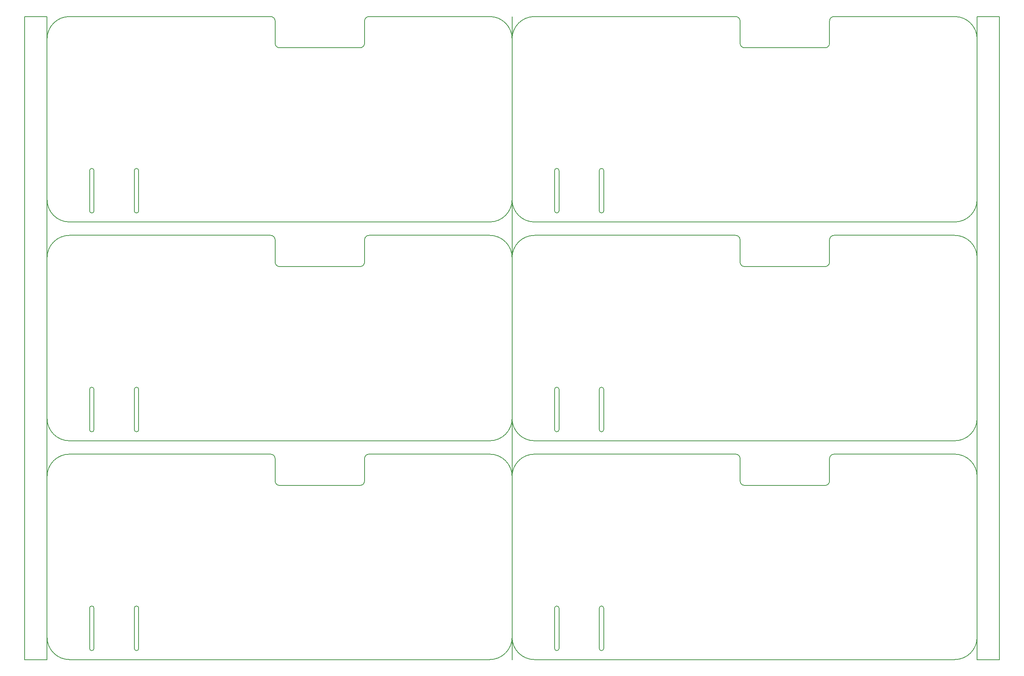
<source format=gbr>
G04 #@! TF.FileFunction,Profile,NP*
%FSLAX46Y46*%
G04 Gerber Fmt 4.6, Leading zero omitted, Abs format (unit mm)*
G04 Created by KiCad (PCBNEW 4.0.4-snap1-stable) date Fri May 24 02:00:32 2019*
%MOMM*%
%LPD*%
G01*
G04 APERTURE LIST*
%ADD10C,0.150000*%
G04 APERTURE END LIST*
D10*
X121500000Y-102500000D02*
G75*
G03X121000000Y-102000000I-500000J0D01*
G01*
X121000000Y-102000000D02*
G75*
G03X120500000Y-102500000I0J-500000D01*
G01*
X121000000Y-112000000D02*
G75*
G03X121500000Y-111500000I0J500000D01*
G01*
X120500000Y-111500000D02*
G75*
G03X121000000Y-112000000I500000J0D01*
G01*
X111000000Y-112000000D02*
G75*
G03X111500000Y-111500000I0J500000D01*
G01*
X110500000Y-111500000D02*
G75*
G03X111000000Y-112000000I500000J0D01*
G01*
X111500000Y-102500000D02*
G75*
G03X111000000Y-102000000I-500000J0D01*
G01*
X111000000Y-102000000D02*
G75*
G03X110500000Y-102500000I0J-500000D01*
G01*
X120500000Y-102500000D02*
X120500000Y-111500000D01*
X121500000Y-102500000D02*
X121500000Y-111500000D01*
X111500000Y-111500000D02*
X111500000Y-102500000D01*
X110500000Y-102500000D02*
X110500000Y-111500000D01*
X101000000Y-109000000D02*
G75*
G03X106000000Y-114000000I5000000J0D01*
G01*
X200000000Y-114000000D02*
G75*
G03X205000000Y-109000000I0J5000000D01*
G01*
X205000000Y-73000000D02*
G75*
G03X200000000Y-68000000I-5000000J0D01*
G01*
X173000000Y-68000000D02*
G75*
G03X172000000Y-69000000I0J-1000000D01*
G01*
X171000000Y-75000000D02*
G75*
G03X172000000Y-74000000I0J1000000D01*
G01*
X152000000Y-74000000D02*
G75*
G03X153000000Y-75000000I1000000J0D01*
G01*
X152000000Y-69000000D02*
G75*
G03X151000000Y-68000000I-1000000J0D01*
G01*
X106000000Y-68000000D02*
G75*
G03X101000000Y-73000000I0J-5000000D01*
G01*
X200000000Y-114000000D02*
X106000000Y-114000000D01*
X205000000Y-73000000D02*
X205000000Y-109000000D01*
X173000000Y-68000000D02*
X200000000Y-68000000D01*
X172000000Y-74000000D02*
X172000000Y-69000000D01*
X153000000Y-75000000D02*
X171000000Y-75000000D01*
X152000000Y-69000000D02*
X152000000Y-74000000D01*
X106000000Y-68000000D02*
X151000000Y-68000000D01*
X101000000Y-73000000D02*
X101000000Y-109000000D01*
X225500000Y-102500000D02*
G75*
G03X225000000Y-102000000I-500000J0D01*
G01*
X225000000Y-102000000D02*
G75*
G03X224500000Y-102500000I0J-500000D01*
G01*
X225000000Y-112000000D02*
G75*
G03X225500000Y-111500000I0J500000D01*
G01*
X224500000Y-111500000D02*
G75*
G03X225000000Y-112000000I500000J0D01*
G01*
X215000000Y-112000000D02*
G75*
G03X215500000Y-111500000I0J500000D01*
G01*
X214500000Y-111500000D02*
G75*
G03X215000000Y-112000000I500000J0D01*
G01*
X215500000Y-102500000D02*
G75*
G03X215000000Y-102000000I-500000J0D01*
G01*
X215000000Y-102000000D02*
G75*
G03X214500000Y-102500000I0J-500000D01*
G01*
X224500000Y-102500000D02*
X224500000Y-111500000D01*
X225500000Y-102500000D02*
X225500000Y-111500000D01*
X215500000Y-111500000D02*
X215500000Y-102500000D01*
X214500000Y-102500000D02*
X214500000Y-111500000D01*
X205000000Y-109000000D02*
G75*
G03X210000000Y-114000000I5000000J0D01*
G01*
X304000000Y-114000000D02*
G75*
G03X309000000Y-109000000I0J5000000D01*
G01*
X309000000Y-73000000D02*
G75*
G03X304000000Y-68000000I-5000000J0D01*
G01*
X277000000Y-68000000D02*
G75*
G03X276000000Y-69000000I0J-1000000D01*
G01*
X275000000Y-75000000D02*
G75*
G03X276000000Y-74000000I0J1000000D01*
G01*
X256000000Y-74000000D02*
G75*
G03X257000000Y-75000000I1000000J0D01*
G01*
X256000000Y-69000000D02*
G75*
G03X255000000Y-68000000I-1000000J0D01*
G01*
X210000000Y-68000000D02*
G75*
G03X205000000Y-73000000I0J-5000000D01*
G01*
X304000000Y-114000000D02*
X210000000Y-114000000D01*
X309000000Y-73000000D02*
X309000000Y-109000000D01*
X277000000Y-68000000D02*
X304000000Y-68000000D01*
X276000000Y-74000000D02*
X276000000Y-69000000D01*
X257000000Y-75000000D02*
X275000000Y-75000000D01*
X256000000Y-69000000D02*
X256000000Y-74000000D01*
X210000000Y-68000000D02*
X255000000Y-68000000D01*
X205000000Y-73000000D02*
X205000000Y-109000000D01*
X121500000Y-151500000D02*
G75*
G03X121000000Y-151000000I-500000J0D01*
G01*
X121000000Y-151000000D02*
G75*
G03X120500000Y-151500000I0J-500000D01*
G01*
X121000000Y-161000000D02*
G75*
G03X121500000Y-160500000I0J500000D01*
G01*
X120500000Y-160500000D02*
G75*
G03X121000000Y-161000000I500000J0D01*
G01*
X111000000Y-161000000D02*
G75*
G03X111500000Y-160500000I0J500000D01*
G01*
X110500000Y-160500000D02*
G75*
G03X111000000Y-161000000I500000J0D01*
G01*
X111500000Y-151500000D02*
G75*
G03X111000000Y-151000000I-500000J0D01*
G01*
X111000000Y-151000000D02*
G75*
G03X110500000Y-151500000I0J-500000D01*
G01*
X120500000Y-151500000D02*
X120500000Y-160500000D01*
X121500000Y-151500000D02*
X121500000Y-160500000D01*
X111500000Y-160500000D02*
X111500000Y-151500000D01*
X110500000Y-151500000D02*
X110500000Y-160500000D01*
X101000000Y-158000000D02*
G75*
G03X106000000Y-163000000I5000000J0D01*
G01*
X200000000Y-163000000D02*
G75*
G03X205000000Y-158000000I0J5000000D01*
G01*
X205000000Y-122000000D02*
G75*
G03X200000000Y-117000000I-5000000J0D01*
G01*
X173000000Y-117000000D02*
G75*
G03X172000000Y-118000000I0J-1000000D01*
G01*
X171000000Y-124000000D02*
G75*
G03X172000000Y-123000000I0J1000000D01*
G01*
X152000000Y-123000000D02*
G75*
G03X153000000Y-124000000I1000000J0D01*
G01*
X152000000Y-118000000D02*
G75*
G03X151000000Y-117000000I-1000000J0D01*
G01*
X106000000Y-117000000D02*
G75*
G03X101000000Y-122000000I0J-5000000D01*
G01*
X200000000Y-163000000D02*
X106000000Y-163000000D01*
X205000000Y-122000000D02*
X205000000Y-158000000D01*
X173000000Y-117000000D02*
X200000000Y-117000000D01*
X172000000Y-123000000D02*
X172000000Y-118000000D01*
X153000000Y-124000000D02*
X171000000Y-124000000D01*
X152000000Y-118000000D02*
X152000000Y-123000000D01*
X106000000Y-117000000D02*
X151000000Y-117000000D01*
X101000000Y-122000000D02*
X101000000Y-158000000D01*
X225500000Y-151500000D02*
G75*
G03X225000000Y-151000000I-500000J0D01*
G01*
X225000000Y-151000000D02*
G75*
G03X224500000Y-151500000I0J-500000D01*
G01*
X225000000Y-161000000D02*
G75*
G03X225500000Y-160500000I0J500000D01*
G01*
X224500000Y-160500000D02*
G75*
G03X225000000Y-161000000I500000J0D01*
G01*
X215000000Y-161000000D02*
G75*
G03X215500000Y-160500000I0J500000D01*
G01*
X214500000Y-160500000D02*
G75*
G03X215000000Y-161000000I500000J0D01*
G01*
X215500000Y-151500000D02*
G75*
G03X215000000Y-151000000I-500000J0D01*
G01*
X215000000Y-151000000D02*
G75*
G03X214500000Y-151500000I0J-500000D01*
G01*
X224500000Y-151500000D02*
X224500000Y-160500000D01*
X225500000Y-151500000D02*
X225500000Y-160500000D01*
X215500000Y-160500000D02*
X215500000Y-151500000D01*
X214500000Y-151500000D02*
X214500000Y-160500000D01*
X205000000Y-158000000D02*
G75*
G03X210000000Y-163000000I5000000J0D01*
G01*
X304000000Y-163000000D02*
G75*
G03X309000000Y-158000000I0J5000000D01*
G01*
X309000000Y-122000000D02*
G75*
G03X304000000Y-117000000I-5000000J0D01*
G01*
X277000000Y-117000000D02*
G75*
G03X276000000Y-118000000I0J-1000000D01*
G01*
X275000000Y-124000000D02*
G75*
G03X276000000Y-123000000I0J1000000D01*
G01*
X256000000Y-123000000D02*
G75*
G03X257000000Y-124000000I1000000J0D01*
G01*
X256000000Y-118000000D02*
G75*
G03X255000000Y-117000000I-1000000J0D01*
G01*
X210000000Y-117000000D02*
G75*
G03X205000000Y-122000000I0J-5000000D01*
G01*
X304000000Y-163000000D02*
X210000000Y-163000000D01*
X309000000Y-122000000D02*
X309000000Y-158000000D01*
X277000000Y-117000000D02*
X304000000Y-117000000D01*
X276000000Y-123000000D02*
X276000000Y-118000000D01*
X257000000Y-124000000D02*
X275000000Y-124000000D01*
X256000000Y-118000000D02*
X256000000Y-123000000D01*
X210000000Y-117000000D02*
X255000000Y-117000000D01*
X205000000Y-122000000D02*
X205000000Y-158000000D01*
X121500000Y-200500000D02*
G75*
G03X121000000Y-200000000I-500000J0D01*
G01*
X121000000Y-200000000D02*
G75*
G03X120500000Y-200500000I0J-500000D01*
G01*
X121000000Y-210000000D02*
G75*
G03X121500000Y-209500000I0J500000D01*
G01*
X120500000Y-209500000D02*
G75*
G03X121000000Y-210000000I500000J0D01*
G01*
X111000000Y-210000000D02*
G75*
G03X111500000Y-209500000I0J500000D01*
G01*
X110500000Y-209500000D02*
G75*
G03X111000000Y-210000000I500000J0D01*
G01*
X111500000Y-200500000D02*
G75*
G03X111000000Y-200000000I-500000J0D01*
G01*
X111000000Y-200000000D02*
G75*
G03X110500000Y-200500000I0J-500000D01*
G01*
X120500000Y-200500000D02*
X120500000Y-209500000D01*
X121500000Y-200500000D02*
X121500000Y-209500000D01*
X111500000Y-209500000D02*
X111500000Y-200500000D01*
X110500000Y-200500000D02*
X110500000Y-209500000D01*
X101000000Y-207000000D02*
G75*
G03X106000000Y-212000000I5000000J0D01*
G01*
X200000000Y-212000000D02*
G75*
G03X205000000Y-207000000I0J5000000D01*
G01*
X205000000Y-171000000D02*
G75*
G03X200000000Y-166000000I-5000000J0D01*
G01*
X173000000Y-166000000D02*
G75*
G03X172000000Y-167000000I0J-1000000D01*
G01*
X171000000Y-173000000D02*
G75*
G03X172000000Y-172000000I0J1000000D01*
G01*
X152000000Y-172000000D02*
G75*
G03X153000000Y-173000000I1000000J0D01*
G01*
X152000000Y-167000000D02*
G75*
G03X151000000Y-166000000I-1000000J0D01*
G01*
X106000000Y-166000000D02*
G75*
G03X101000000Y-171000000I0J-5000000D01*
G01*
X200000000Y-212000000D02*
X106000000Y-212000000D01*
X205000000Y-171000000D02*
X205000000Y-207000000D01*
X173000000Y-166000000D02*
X200000000Y-166000000D01*
X172000000Y-172000000D02*
X172000000Y-167000000D01*
X153000000Y-173000000D02*
X171000000Y-173000000D01*
X152000000Y-167000000D02*
X152000000Y-172000000D01*
X106000000Y-166000000D02*
X151000000Y-166000000D01*
X101000000Y-171000000D02*
X101000000Y-207000000D01*
X225500000Y-200500000D02*
G75*
G03X225000000Y-200000000I-500000J0D01*
G01*
X225000000Y-200000000D02*
G75*
G03X224500000Y-200500000I0J-500000D01*
G01*
X225000000Y-210000000D02*
G75*
G03X225500000Y-209500000I0J500000D01*
G01*
X224500000Y-209500000D02*
G75*
G03X225000000Y-210000000I500000J0D01*
G01*
X215000000Y-210000000D02*
G75*
G03X215500000Y-209500000I0J500000D01*
G01*
X214500000Y-209500000D02*
G75*
G03X215000000Y-210000000I500000J0D01*
G01*
X215500000Y-200500000D02*
G75*
G03X215000000Y-200000000I-500000J0D01*
G01*
X215000000Y-200000000D02*
G75*
G03X214500000Y-200500000I0J-500000D01*
G01*
X224500000Y-200500000D02*
X224500000Y-209500000D01*
X225500000Y-200500000D02*
X225500000Y-209500000D01*
X215500000Y-209500000D02*
X215500000Y-200500000D01*
X214500000Y-200500000D02*
X214500000Y-209500000D01*
X205000000Y-207000000D02*
G75*
G03X210000000Y-212000000I5000000J0D01*
G01*
X304000000Y-212000000D02*
G75*
G03X309000000Y-207000000I0J5000000D01*
G01*
X309000000Y-171000000D02*
G75*
G03X304000000Y-166000000I-5000000J0D01*
G01*
X277000000Y-166000000D02*
G75*
G03X276000000Y-167000000I0J-1000000D01*
G01*
X275000000Y-173000000D02*
G75*
G03X276000000Y-172000000I0J1000000D01*
G01*
X256000000Y-172000000D02*
G75*
G03X257000000Y-173000000I1000000J0D01*
G01*
X256000000Y-167000000D02*
G75*
G03X255000000Y-166000000I-1000000J0D01*
G01*
X210000000Y-166000000D02*
G75*
G03X205000000Y-171000000I0J-5000000D01*
G01*
X304000000Y-212000000D02*
X210000000Y-212000000D01*
X309000000Y-171000000D02*
X309000000Y-207000000D01*
X277000000Y-166000000D02*
X304000000Y-166000000D01*
X276000000Y-172000000D02*
X276000000Y-167000000D01*
X257000000Y-173000000D02*
X275000000Y-173000000D01*
X256000000Y-167000000D02*
X256000000Y-172000000D01*
X210000000Y-166000000D02*
X255000000Y-166000000D01*
X205000000Y-171000000D02*
X205000000Y-207000000D01*
X96000000Y-68000000D02*
X101000000Y-68000000D01*
X96000000Y-212000000D02*
X101000000Y-212000000D01*
X96000000Y-68000000D02*
X96000000Y-212000000D01*
X101000000Y-68000000D02*
X101000000Y-212000000D01*
X314000000Y-68000000D02*
X309000000Y-68000000D01*
X314000000Y-212000000D02*
X309000000Y-212000000D01*
X314000000Y-68000000D02*
X314000000Y-212000000D01*
X309000000Y-68000000D02*
X309000000Y-212000000D01*
X205000000Y-68000000D02*
X205000000Y-212000000D01*
M02*

</source>
